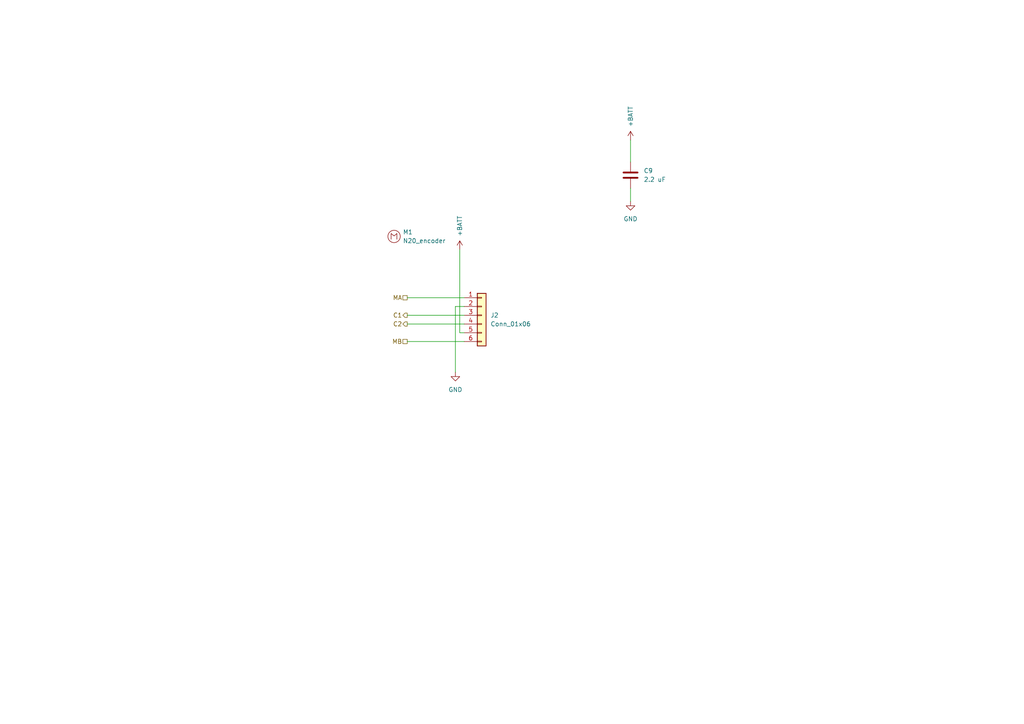
<source format=kicad_sch>
(kicad_sch (version 20230121) (generator eeschema)
  (paper "A4")
  (lib_symbols
    (symbol "Connector_Generic:Conn_01x06" (pin_names (offset 1.016) hide)
      (property "Reference" "J" (at 0 7.62 0))
      (property "Value" "Conn_01x06" (at 0 -10.16 0))
      (symbol "Conn_01x06_1_1"
        (rectangle (start -1.27 -7.493) (end 0 -7.747) (stroke (width 0.1524)))
        (rectangle (start -1.27 -4.953) (end 0 -5.207) (stroke (width 0.1524)))
        (rectangle (start -1.27 -2.413) (end 0 -2.667) (stroke (width 0.1524)))
        (rectangle (start -1.27 0.127) (end 0 -0.127) (stroke (width 0.1524)))
        (rectangle (start -1.27 2.667) (end 0 2.413) (stroke (width 0.1524)))
        (rectangle (start -1.27 5.207) (end 0 4.953) (stroke (width 0.1524)))
        (rectangle (start -1.27 6.35) (end 1.27 -8.89) (stroke (width 0.254)) (fill (type background)))
        (pin passive line (at -5.08 5.08 0) (length 3.81) (name "Pin_1") (number "1"))
        (pin passive line (at -5.08 2.54 0) (length 3.81) (name "Pin_2") (number "2"))
        (pin passive line (at -5.08 0 0) (length 3.81) (name "Pin_3") (number "3"))
        (pin passive line (at -5.08 -2.54 0) (length 3.81) (name "Pin_4") (number "4"))
        (pin passive line (at -5.08 -5.08 0) (length 3.81) (name "Pin_5") (number "5"))
        (pin passive line (at -5.08 -7.62 0) (length 3.81) (name "Pin_6") (number "6"))
      )
    )
    (symbol "Device:C" (pin_numbers hide) (pin_names (offset 0.254))
      (property "Reference" "C" (at 0.635 2.54 0))
      (property "Value" "C" (at 0.635 -2.54 0))
      (symbol "C_0_1"
        (polyline (pts (xy -2.032 -0.762) (xy 2.032 -0.762)) (stroke (width 0.508)))
        (polyline (pts (xy -2.032 0.762) (xy 2.032 0.762)) (stroke (width 0.508)))
      )
      (symbol "C_1_1"
        (pin passive line (at 0 3.81 270) (length 2.794) (name "~") (number "1"))
        (pin passive line (at 0 -3.81 90) (length 2.794) (name "~") (number "2"))
      )
    )
    (symbol "minimouse:N20_w_encoder"
      (property "Reference" "M" (at -8.89 1.27 0))
      (property "Value" "N20_encoder" (at 0 -2.54 0))
      (symbol "N20_w_encoder_0_1"
        (polyline (pts (xy -0.8636 -0.8128) (xy -0.8636 0.8636) (xy 0 0.1524) (xy 0.8128 0.8636) (xy 0.8128 -0.8128)))
        (circle (center 0 0) (radius 1.7961))
      )
    )
    (symbol "power:+BATT" (power) (pin_names (offset 0))
      (property "Value" "+BATT" (at 0 3.556 0))
      (symbol "+BATT_0_1"
        (polyline (pts (xy -0.762 1.27) (xy 0 2.54)))
        (polyline (pts (xy 0 0) (xy 0 2.54)))
        (polyline (pts (xy 0 2.54) (xy 0.762 1.27)))
      )
      (symbol "+BATT_1_1"
        (pin power_in line (at 0 0 90) (length 0) hide (name "+BATT") (number "1"))
      )
    )
    (symbol "power:GND" (power) (pin_names (offset 0))
      (property "Value" "GND" (at 0 -3.81 0))
      (symbol "GND_0_1"
        (polyline (pts (xy 0 0) (xy 0 -1.27) (xy 1.27 -1.27) (xy 0 -2.54) (xy -1.27 -1.27) (xy 0 -1.27)))
      )
      (symbol "GND_1_1"
        (pin power_in line (at 0 0 270) (length 0) hide (name "GND") (number "1"))
      )
    )
  )
  (wire (pts (xy 133.35 96.52) (xy 134.62 96.52)))
  (wire (pts (xy 133.35 72.39) (xy 133.35 96.52)))
  (wire (pts (xy 118.11 99.06) (xy 134.62 99.06)))
  (wire (pts (xy 182.88 54.61) (xy 182.88 58.42)))
  (wire (pts (xy 132.08 107.95) (xy 132.08 88.9)))
  (wire (pts (xy 118.11 91.44) (xy 134.62 91.44)))
  (wire (pts (xy 182.88 40.64) (xy 182.88 46.99)))
  (wire (pts (xy 132.08 88.9) (xy 134.62 88.9)))
  (wire (pts (xy 118.11 86.36) (xy 134.62 86.36)))
  (wire (pts (xy 118.11 93.98) (xy 134.62 93.98)))
  (hierarchical_label "C1" (shape output) (at 118.11 91.44 180))
  (hierarchical_label "C2" (shape output) (at 118.11 93.98 180))
  (hierarchical_label "MB" (shape passive) (at 118.11 99.06 180))
  (hierarchical_label "MA" (shape passive) (at 118.11 86.36 180))
  (symbol (lib_id "power:+BATT") (at 182.88 40.64 0) (unit 1)
    (property "Reference" "#PWR029" (effects hide))
    (property "Value" "+BATT" (at 182.88 36.83 90) (effects (justify left)))
    (instances (project "minimouse" (path "" (reference "#PWR029") (unit 1)) (path "" (reference "#PWR030") (unit 1))))
  )
  (symbol (lib_id "Device:C") (at 182.88 50.8 0) (unit 1)
    (property "Reference" "C9" (at 186.69 49.53 0) (effects (justify left)))
    (property "Value" "2.2 uF" (at 186.69 52.07 0) (effects (justify left)))
    (instances (project "minimouse" (path "" (reference "C9") (unit 1)) (path "" (reference "C7") (unit 1))))
  )
  (symbol (lib_id "power:+BATT") (at 133.35 72.39 0) (unit 1)
    (property "Reference" "#PWR018" (effects hide))
    (property "Value" "+BATT" (at 133.35 68.58 90) (effects (justify left)))
    (instances (project "minimouse" (path "" (reference "#PWR018") (unit 1)) (path "" (reference "#PWR019") (unit 1))))
  )
  (symbol (lib_id "minimouse:N20_w_encoder") (at 114.3 68.58 0) (unit 1)
    (property "Reference" "M1" (at 116.84 67.31 0) (effects (justify left)))
    (property "Value" "N20_encoder" (at 116.84 69.85 0) (effects (justify left)))
    (property "Footprint" "minimouse:N20_with_encoder" (effects hide))
    (instances (project "minimouse" (path "" (reference "M1") (unit 1)) (path "" (reference "M2") (unit 1))))
  )
  (symbol (lib_id "Connector_Generic:Conn_01x06") (at 139.7 91.44 0) (unit 1)
    (property "Reference" "J2" (at 142.24 91.44 0) (effects (justify left)))
    (property "Value" "Conn_01x06" (at 142.24 93.98 0) (effects (justify left)))
    (instances (project "minimouse" (path "" (reference "J2") (unit 1)) (path "" (reference "J3") (unit 1))))
  )
  (symbol (lib_id "power:GND") (at 182.88 58.42 0) (unit 1)
    (property "Reference" "#PWR027" (effects hide))
    (property "Value" "GND" (at 182.88 63.5 0))
    (instances (project "minimouse" (path "" (reference "#PWR027") (unit 1)) (path "" (reference "#PWR028") (unit 1))))
  )
  (symbol (lib_id "power:GND") (at 132.08 107.95 0) (unit 1)
    (property "Reference" "#PWR020" (effects hide))
    (property "Value" "GND" (at 132.08 113.03 0))
    (instances (project "minimouse" (path "" (reference "#PWR020") (unit 1)) (path "" (reference "#PWR021") (unit 1))))
  )
)
</source>
